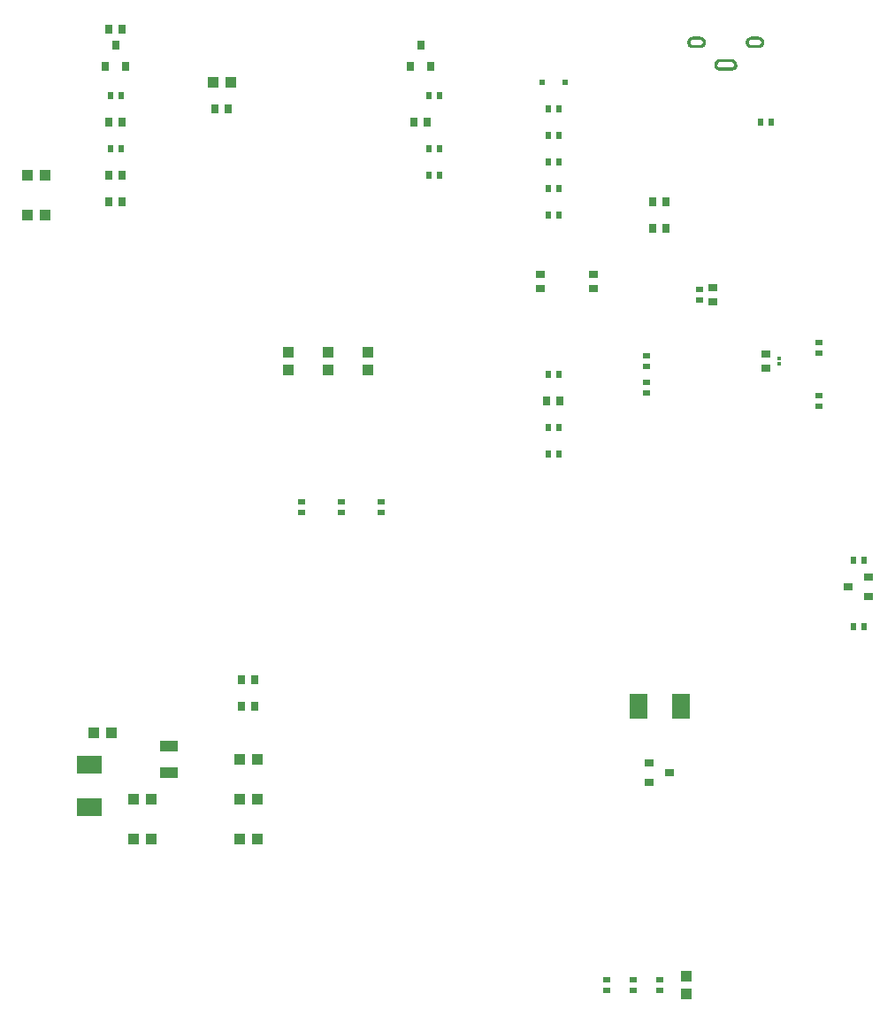
<source format=gbr>
G04 EAGLE Gerber RS-274X export*
G75*
%MOMM*%
%FSLAX34Y34*%
%LPD*%
%INSolderpaste Bottom*%
%IPPOS*%
%AMOC8*
5,1,8,0,0,1.08239X$1,22.5*%
G01*
%ADD10R,1.100000X1.000000*%
%ADD11R,0.700000X0.900000*%
%ADD12R,0.900000X0.700000*%
%ADD13R,1.000000X1.100000*%
%ADD14R,0.500000X0.500000*%
%ADD15R,2.400000X1.800000*%
%ADD16R,1.800000X2.400000*%
%ADD17R,0.400000X0.380000*%
%ADD18R,0.800000X0.900000*%
%ADD19R,0.900000X0.800000*%
%ADD20R,1.800000X1.000000*%
%ADD21R,0.600000X0.700000*%
%ADD22R,0.700000X0.600000*%

G36*
X767501Y925477D02*
X767501Y925477D01*
X767502Y925476D01*
X768575Y925582D01*
X768578Y925584D01*
X768580Y925582D01*
X769612Y925895D01*
X769614Y925898D01*
X769616Y925897D01*
X770567Y926406D01*
X770568Y926409D01*
X770571Y926408D01*
X771404Y927092D01*
X771405Y927095D01*
X771408Y927096D01*
X772092Y927929D01*
X772092Y927932D01*
X772094Y927933D01*
X772603Y928884D01*
X772602Y928887D01*
X772605Y928888D01*
X772918Y929920D01*
X772916Y929923D01*
X772918Y929925D01*
X773024Y930998D01*
X773022Y931000D01*
X773024Y931002D01*
X773023Y931002D01*
X773024Y931003D01*
X772886Y932227D01*
X772883Y932229D01*
X772885Y932232D01*
X772478Y933394D01*
X772475Y933396D01*
X772476Y933399D01*
X771821Y934442D01*
X771817Y934443D01*
X771817Y934446D01*
X770946Y935317D01*
X770943Y935317D01*
X770942Y935321D01*
X769899Y935976D01*
X769896Y935975D01*
X769894Y935978D01*
X768732Y936385D01*
X768728Y936384D01*
X768727Y936386D01*
X767503Y936524D01*
X767501Y936523D01*
X767500Y936524D01*
X756500Y936524D01*
X756499Y936523D01*
X756497Y936524D01*
X755273Y936386D01*
X755271Y936383D01*
X755268Y936385D01*
X754106Y935978D01*
X754104Y935975D01*
X754101Y935976D01*
X753058Y935321D01*
X753057Y935317D01*
X753054Y935317D01*
X752183Y934446D01*
X752183Y934443D01*
X752179Y934442D01*
X751524Y933399D01*
X751525Y933396D01*
X751522Y933394D01*
X751115Y932232D01*
X751116Y932228D01*
X751114Y932227D01*
X750976Y931003D01*
X750978Y931000D01*
X750976Y930998D01*
X751082Y929925D01*
X751084Y929922D01*
X751082Y929920D01*
X751395Y928888D01*
X751398Y928886D01*
X751397Y928884D01*
X751906Y927933D01*
X751909Y927932D01*
X751908Y927929D01*
X752592Y927096D01*
X752595Y927095D01*
X752596Y927092D01*
X753429Y926408D01*
X753432Y926408D01*
X753433Y926406D01*
X754384Y925897D01*
X754387Y925898D01*
X754388Y925895D01*
X755420Y925582D01*
X755423Y925584D01*
X755425Y925582D01*
X756498Y925476D01*
X756499Y925477D01*
X756500Y925476D01*
X767500Y925476D01*
X767501Y925477D01*
G37*
G36*
X793501Y946977D02*
X793501Y946977D01*
X793502Y946976D01*
X794575Y947082D01*
X794578Y947084D01*
X794580Y947082D01*
X795612Y947395D01*
X795614Y947398D01*
X795616Y947397D01*
X796567Y947906D01*
X796568Y947909D01*
X796571Y947908D01*
X797404Y948592D01*
X797405Y948595D01*
X797408Y948596D01*
X798092Y949429D01*
X798092Y949432D01*
X798094Y949433D01*
X798603Y950384D01*
X798602Y950387D01*
X798605Y950388D01*
X798918Y951420D01*
X798916Y951423D01*
X798918Y951425D01*
X798922Y951459D01*
X798927Y951507D01*
X798927Y951508D01*
X798931Y951556D01*
X798934Y951580D01*
X798939Y951629D01*
X798943Y951677D01*
X798948Y951726D01*
X798950Y951750D01*
X798951Y951750D01*
X798955Y951798D01*
X798955Y951799D01*
X798960Y951847D01*
X798965Y951895D01*
X798965Y951896D01*
X798967Y951920D01*
X798972Y951968D01*
X798977Y952017D01*
X798982Y952065D01*
X798986Y952114D01*
X798989Y952138D01*
X798993Y952186D01*
X798994Y952186D01*
X798993Y952187D01*
X798998Y952235D01*
X799003Y952283D01*
X799003Y952284D01*
X799005Y952308D01*
X799010Y952356D01*
X799015Y952405D01*
X799020Y952453D01*
X799022Y952477D01*
X799022Y952478D01*
X799024Y952498D01*
X799022Y952500D01*
X799024Y952502D01*
X799023Y952502D01*
X799024Y952503D01*
X798886Y953727D01*
X798883Y953729D01*
X798885Y953732D01*
X798478Y954894D01*
X798475Y954896D01*
X798476Y954899D01*
X797821Y955942D01*
X797817Y955943D01*
X797817Y955946D01*
X796946Y956817D01*
X796943Y956817D01*
X796942Y956821D01*
X795899Y957476D01*
X795896Y957475D01*
X795894Y957478D01*
X794732Y957885D01*
X794728Y957884D01*
X794727Y957886D01*
X793503Y958024D01*
X793501Y958023D01*
X793500Y958024D01*
X786500Y958024D01*
X786499Y958023D01*
X786497Y958024D01*
X785273Y957886D01*
X785271Y957883D01*
X785268Y957885D01*
X784106Y957478D01*
X784104Y957475D01*
X784101Y957476D01*
X783058Y956821D01*
X783057Y956817D01*
X783054Y956817D01*
X782183Y955946D01*
X782183Y955943D01*
X782179Y955942D01*
X781524Y954899D01*
X781525Y954896D01*
X781522Y954894D01*
X781115Y953732D01*
X781116Y953728D01*
X781114Y953727D01*
X781110Y953696D01*
X781105Y953648D01*
X781099Y953599D01*
X781097Y953575D01*
X781091Y953526D01*
X781086Y953478D01*
X781080Y953429D01*
X781078Y953405D01*
X781075Y953381D01*
X781072Y953357D01*
X781067Y953308D01*
X781061Y953260D01*
X781056Y953211D01*
X781053Y953187D01*
X781050Y953163D01*
X781048Y953138D01*
X781042Y953090D01*
X781037Y953041D01*
X781031Y952993D01*
X781028Y952969D01*
X781023Y952920D01*
X781017Y952872D01*
X781012Y952823D01*
X781009Y952799D01*
X781007Y952775D01*
X781004Y952750D01*
X780998Y952702D01*
X780993Y952653D01*
X780987Y952605D01*
X780985Y952581D01*
X780979Y952532D01*
X780976Y952503D01*
X780978Y952500D01*
X780976Y952497D01*
X781114Y951273D01*
X781117Y951271D01*
X781115Y951268D01*
X781522Y950106D01*
X781525Y950104D01*
X781524Y950101D01*
X782179Y949058D01*
X782183Y949057D01*
X782183Y949054D01*
X783054Y948183D01*
X783057Y948183D01*
X783058Y948179D01*
X784101Y947524D01*
X784104Y947525D01*
X784106Y947522D01*
X785268Y947115D01*
X785272Y947116D01*
X785273Y947114D01*
X786497Y946976D01*
X786499Y946977D01*
X786500Y946976D01*
X793500Y946976D01*
X793501Y946977D01*
G37*
G36*
X737501Y946977D02*
X737501Y946977D01*
X737502Y946976D01*
X738575Y947082D01*
X738578Y947084D01*
X738580Y947082D01*
X739612Y947395D01*
X739614Y947398D01*
X739616Y947397D01*
X740567Y947906D01*
X740568Y947909D01*
X740571Y947908D01*
X741404Y948592D01*
X741405Y948595D01*
X741408Y948596D01*
X742092Y949429D01*
X742092Y949432D01*
X742094Y949433D01*
X742603Y950384D01*
X742602Y950387D01*
X742605Y950388D01*
X742918Y951420D01*
X742916Y951423D01*
X742918Y951425D01*
X742922Y951459D01*
X742927Y951507D01*
X742927Y951508D01*
X742931Y951556D01*
X742934Y951580D01*
X742939Y951629D01*
X742943Y951677D01*
X742948Y951726D01*
X742950Y951750D01*
X742951Y951750D01*
X742955Y951798D01*
X742955Y951799D01*
X742960Y951847D01*
X742965Y951895D01*
X742965Y951896D01*
X742967Y951920D01*
X742972Y951968D01*
X742977Y952017D01*
X742982Y952065D01*
X742986Y952114D01*
X742989Y952138D01*
X742993Y952186D01*
X742994Y952186D01*
X742993Y952187D01*
X742998Y952235D01*
X743003Y952283D01*
X743003Y952284D01*
X743005Y952308D01*
X743010Y952356D01*
X743015Y952405D01*
X743020Y952453D01*
X743022Y952477D01*
X743022Y952478D01*
X743024Y952498D01*
X743022Y952500D01*
X743024Y952502D01*
X743023Y952502D01*
X743024Y952503D01*
X742886Y953727D01*
X742883Y953729D01*
X742885Y953732D01*
X742478Y954894D01*
X742475Y954896D01*
X742476Y954899D01*
X741821Y955942D01*
X741817Y955943D01*
X741817Y955946D01*
X740946Y956817D01*
X740943Y956817D01*
X740942Y956821D01*
X739899Y957476D01*
X739896Y957475D01*
X739894Y957478D01*
X738732Y957885D01*
X738728Y957884D01*
X738727Y957886D01*
X737503Y958024D01*
X737501Y958023D01*
X737500Y958024D01*
X730500Y958024D01*
X730499Y958023D01*
X730497Y958024D01*
X729273Y957886D01*
X729271Y957883D01*
X729268Y957885D01*
X728106Y957478D01*
X728104Y957475D01*
X728101Y957476D01*
X727058Y956821D01*
X727057Y956817D01*
X727054Y956817D01*
X726183Y955946D01*
X726183Y955943D01*
X726179Y955942D01*
X725524Y954899D01*
X725525Y954896D01*
X725522Y954894D01*
X725115Y953732D01*
X725116Y953728D01*
X725114Y953727D01*
X725110Y953696D01*
X725105Y953648D01*
X725099Y953599D01*
X725097Y953575D01*
X725091Y953526D01*
X725086Y953478D01*
X725080Y953429D01*
X725078Y953405D01*
X725075Y953381D01*
X725072Y953357D01*
X725067Y953308D01*
X725061Y953260D01*
X725056Y953211D01*
X725053Y953187D01*
X725050Y953163D01*
X725048Y953138D01*
X725042Y953090D01*
X725037Y953041D01*
X725031Y952993D01*
X725028Y952969D01*
X725023Y952920D01*
X725017Y952872D01*
X725012Y952823D01*
X725009Y952799D01*
X725007Y952775D01*
X725004Y952750D01*
X724998Y952702D01*
X724993Y952653D01*
X724987Y952605D01*
X724985Y952581D01*
X724979Y952532D01*
X724976Y952503D01*
X724978Y952500D01*
X724976Y952497D01*
X725114Y951273D01*
X725117Y951271D01*
X725115Y951268D01*
X725522Y950106D01*
X725525Y950104D01*
X725524Y950101D01*
X726179Y949058D01*
X726183Y949057D01*
X726183Y949054D01*
X727054Y948183D01*
X727057Y948183D01*
X727058Y948179D01*
X728101Y947524D01*
X728104Y947525D01*
X728106Y947522D01*
X729268Y947115D01*
X729272Y947116D01*
X729273Y947114D01*
X730497Y946976D01*
X730499Y946977D01*
X730500Y946976D01*
X737500Y946976D01*
X737501Y946977D01*
G37*
%LPC*%
G36*
X756502Y928524D02*
X756502Y928524D01*
X755859Y928609D01*
X755262Y928856D01*
X754750Y929250D01*
X754356Y929762D01*
X754109Y930359D01*
X754024Y931000D01*
X754109Y931641D01*
X754356Y932238D01*
X754750Y932751D01*
X755262Y933144D01*
X755859Y933391D01*
X756502Y933476D01*
X767499Y933476D01*
X768141Y933391D01*
X768738Y933144D01*
X769251Y932751D01*
X769644Y932238D01*
X769891Y931641D01*
X769976Y931000D01*
X769891Y930359D01*
X769644Y929762D01*
X769251Y929250D01*
X768738Y928856D01*
X768141Y928609D01*
X767499Y928524D01*
X756502Y928524D01*
G37*
%LPD*%
%LPC*%
G36*
X730502Y950024D02*
X730502Y950024D01*
X729859Y950109D01*
X729262Y950356D01*
X728750Y950750D01*
X728356Y951262D01*
X728109Y951859D01*
X728024Y952500D01*
X728025Y952502D01*
X728028Y952526D01*
X728031Y952550D01*
X728034Y952574D01*
X728034Y952575D01*
X728037Y952599D01*
X728041Y952623D01*
X728047Y952671D01*
X728047Y952672D01*
X728050Y952696D01*
X728053Y952720D01*
X728057Y952744D01*
X728060Y952768D01*
X728060Y952769D01*
X728063Y952793D01*
X728066Y952817D01*
X728069Y952841D01*
X728073Y952865D01*
X728073Y952866D01*
X728076Y952890D01*
X728079Y952914D01*
X728082Y952938D01*
X728085Y952962D01*
X728085Y952963D01*
X728089Y952987D01*
X728092Y953011D01*
X728095Y953035D01*
X728098Y953059D01*
X728098Y953060D01*
X728101Y953084D01*
X728104Y953108D01*
X728105Y953108D01*
X728108Y953132D01*
X728109Y953141D01*
X728356Y953738D01*
X728750Y954251D01*
X729262Y954644D01*
X729859Y954891D01*
X730502Y954976D01*
X737499Y954976D01*
X738141Y954891D01*
X738738Y954644D01*
X739251Y954251D01*
X739644Y953738D01*
X739891Y953141D01*
X739976Y952500D01*
X739973Y952484D01*
X739970Y952459D01*
X739967Y952435D01*
X739964Y952411D01*
X739961Y952387D01*
X739957Y952362D01*
X739954Y952338D01*
X739951Y952314D01*
X739948Y952290D01*
X739945Y952265D01*
X739941Y952241D01*
X739938Y952217D01*
X739935Y952193D01*
X739932Y952168D01*
X739929Y952144D01*
X739926Y952120D01*
X739925Y952120D01*
X739926Y952120D01*
X739922Y952096D01*
X739919Y952071D01*
X739916Y952047D01*
X739913Y952023D01*
X739910Y951999D01*
X739906Y951974D01*
X739903Y951950D01*
X739900Y951926D01*
X739897Y951902D01*
X739894Y951877D01*
X739891Y951859D01*
X739644Y951262D01*
X739251Y950750D01*
X738738Y950356D01*
X738141Y950109D01*
X737499Y950024D01*
X730502Y950024D01*
G37*
%LPD*%
%LPC*%
G36*
X786502Y950024D02*
X786502Y950024D01*
X785859Y950109D01*
X785262Y950356D01*
X784750Y950750D01*
X784356Y951262D01*
X784109Y951859D01*
X784024Y952500D01*
X784025Y952502D01*
X784028Y952526D01*
X784031Y952550D01*
X784034Y952574D01*
X784034Y952575D01*
X784037Y952599D01*
X784041Y952623D01*
X784047Y952671D01*
X784047Y952672D01*
X784050Y952696D01*
X784053Y952720D01*
X784057Y952744D01*
X784060Y952768D01*
X784060Y952769D01*
X784063Y952793D01*
X784066Y952817D01*
X784069Y952841D01*
X784073Y952865D01*
X784073Y952866D01*
X784076Y952890D01*
X784079Y952914D01*
X784082Y952938D01*
X784085Y952962D01*
X784085Y952963D01*
X784089Y952987D01*
X784092Y953011D01*
X784095Y953035D01*
X784098Y953059D01*
X784098Y953060D01*
X784101Y953084D01*
X784104Y953108D01*
X784105Y953108D01*
X784108Y953132D01*
X784109Y953141D01*
X784356Y953738D01*
X784750Y954251D01*
X785262Y954644D01*
X785859Y954891D01*
X786502Y954976D01*
X793499Y954976D01*
X794141Y954891D01*
X794738Y954644D01*
X795251Y954251D01*
X795644Y953738D01*
X795891Y953141D01*
X795976Y952500D01*
X795973Y952484D01*
X795970Y952459D01*
X795967Y952435D01*
X795964Y952411D01*
X795961Y952387D01*
X795957Y952362D01*
X795954Y952338D01*
X795951Y952314D01*
X795948Y952290D01*
X795945Y952265D01*
X795941Y952241D01*
X795938Y952217D01*
X795935Y952193D01*
X795932Y952168D01*
X795929Y952144D01*
X795926Y952120D01*
X795925Y952120D01*
X795926Y952120D01*
X795922Y952096D01*
X795919Y952071D01*
X795916Y952047D01*
X795913Y952023D01*
X795910Y951999D01*
X795906Y951974D01*
X795903Y951950D01*
X795900Y951926D01*
X795897Y951902D01*
X795894Y951877D01*
X795891Y951859D01*
X795644Y951262D01*
X795251Y950750D01*
X794738Y950356D01*
X794141Y950109D01*
X793499Y950024D01*
X786502Y950024D01*
G37*
%LPD*%
D10*
X110100Y787400D03*
X93100Y787400D03*
D11*
X463400Y876300D03*
X476400Y876300D03*
X184300Y876300D03*
X171300Y876300D03*
X311300Y342900D03*
X298300Y342900D03*
X311300Y317500D03*
X298300Y317500D03*
X705000Y774700D03*
X692000Y774700D03*
D12*
X800100Y654200D03*
X800100Y641200D03*
D11*
X705000Y800100D03*
X692000Y800100D03*
D10*
X287900Y914400D03*
X270900Y914400D03*
D11*
X272900Y889000D03*
X285900Y889000D03*
D13*
X723900Y42300D03*
X723900Y59300D03*
D11*
X184300Y800100D03*
X171300Y800100D03*
X184300Y825500D03*
X171300Y825500D03*
D10*
X110100Y825500D03*
X93100Y825500D03*
D11*
X603400Y609600D03*
X590400Y609600D03*
D12*
X749300Y704700D03*
X749300Y717700D03*
X635000Y730400D03*
X635000Y717400D03*
X584200Y730400D03*
X584200Y717400D03*
D11*
X184300Y965200D03*
X171300Y965200D03*
D14*
X607900Y914400D03*
X585900Y914400D03*
D15*
X152400Y221050D03*
X152400Y261550D03*
D16*
X718750Y317500D03*
X678250Y317500D03*
D17*
X812800Y644890D03*
X812800Y650510D03*
D18*
X177800Y949800D03*
X187300Y929800D03*
X168300Y929800D03*
X469900Y949800D03*
X479400Y929800D03*
X460400Y929800D03*
D19*
X708500Y254000D03*
X688500Y244500D03*
X688500Y263500D03*
D20*
X228600Y279200D03*
X228600Y254200D03*
D19*
X879000Y431800D03*
X899000Y441300D03*
X899000Y422300D03*
D21*
X601900Y889000D03*
X591900Y889000D03*
X487600Y850900D03*
X477600Y850900D03*
X182800Y850900D03*
X172800Y850900D03*
X487600Y825500D03*
X477600Y825500D03*
X601900Y558800D03*
X591900Y558800D03*
D13*
X313300Y190500D03*
X296300Y190500D03*
X313300Y228600D03*
X296300Y228600D03*
X173600Y292100D03*
X156600Y292100D03*
X296300Y266700D03*
X313300Y266700D03*
X194700Y190500D03*
X211700Y190500D03*
D21*
X795100Y876300D03*
X805100Y876300D03*
D13*
X194700Y228600D03*
X211700Y228600D03*
D21*
X487600Y901700D03*
X477600Y901700D03*
X894000Y393700D03*
X884000Y393700D03*
X601900Y812800D03*
X591900Y812800D03*
X591900Y863600D03*
X601900Y863600D03*
X601900Y838200D03*
X591900Y838200D03*
X591900Y787400D03*
X601900Y787400D03*
X894000Y457200D03*
X884000Y457200D03*
D22*
X673100Y55800D03*
X673100Y45800D03*
X698500Y55800D03*
X698500Y45800D03*
X685800Y642700D03*
X685800Y652700D03*
X647700Y55800D03*
X647700Y45800D03*
X355600Y513000D03*
X355600Y503000D03*
X393700Y513000D03*
X393700Y503000D03*
X431800Y513000D03*
X431800Y503000D03*
D10*
X342900Y656200D03*
X342900Y639200D03*
X381000Y656200D03*
X381000Y639200D03*
X419100Y656200D03*
X419100Y639200D03*
D21*
X182800Y901700D03*
X172800Y901700D03*
D22*
X685800Y627300D03*
X685800Y617300D03*
D21*
X591900Y635000D03*
X601900Y635000D03*
X591900Y584200D03*
X601900Y584200D03*
D22*
X736600Y716200D03*
X736600Y706200D03*
X850900Y655400D03*
X850900Y665400D03*
X850900Y614600D03*
X850900Y604600D03*
M02*

</source>
